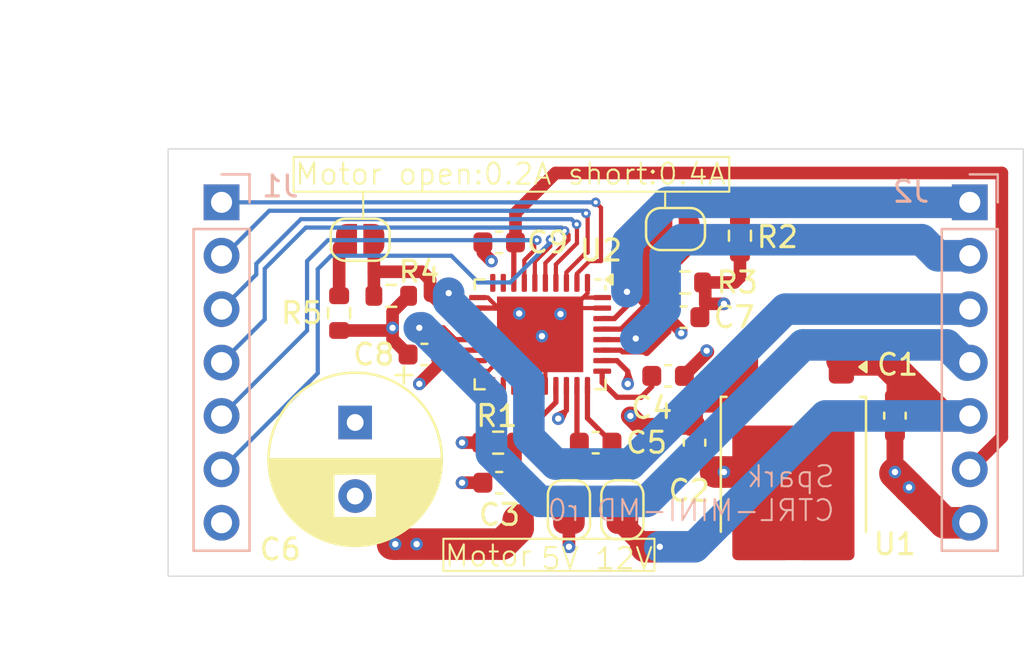
<source format=kicad_pcb>
(kicad_pcb (version 20240108) (generator "pcbnew") (generator_version "8.0")
  (layers (0 "F.Cu" signal) (1 "In1.Cu" power) (2 "In2.Cu" power) (31 "B.Cu" signal) (34 "B.Paste" user) (35 "F.Paste" user) (36 "B.SilkS" user "B.Silkscreen") (37 "F.SilkS" user "F.Silkscreen") (38 "B.Mask" user) (39 "F.Mask" user) (44 "Edge.Cuts" user))
  (net 0 "")
  (net 1 "GND")
  (net 2 "+12V")
  (net 3 "VCC")
  (net 4 "Net-(U2-5VOUT)")
  (net 5 "Net-(U2-VCP)")
  (net 6 "VCCMT")
  (net 7 "Net-(U2-CPI)")
  (net 8 "Net-(U2-CPO)")
  (net 9 "VCCIO")
  (net 10 "Net-(J1-Pin_2)")
  (net 11 "Net-(J1-Pin_6)")
  (net 12 "Net-(J1-Pin_3)")
  (net 13 "Net-(J1-Pin_5)")
  (net 14 "Net-(J1-Pin_1)")
  (net 15 "Net-(J1-Pin_4)")
  (net 16 "Net-(J2-Pin_3)")
  (net 17 "Net-(J2-Pin_1)")
  (net 18 "Net-(J2-Pin_4)")
  (net 19 "Net-(J2-Pin_2)")
  (net 20 "Net-(JP3-A)")
  (net 21 "Net-(JP3-B)")
  (net 22 "Net-(JP4-B)")
  (net 23 "Net-(JP4-A)")
  (footprint "Capacitor_SMD:C_0603_1608Metric" (layer "F.Cu") (at 93.98 69.85 180)
    (property "Reference" "C5" (at -2.413 0 0) (layer "F.SilkS"))
    (property "Value" "22nF 50V")
    (pad "1" smd roundrect (at -0.775 0 180) (size 0.9 0.95) (layers "F.Cu" "F.Paste" "F.Mask") (net 7 "Net-(U2-CPI)"))
    (pad "2" smd roundrect (at 0.775 0 180) (size 0.9 0.95) (layers "F.Cu" "F.Paste" "F.Mask") (net 8 "Net-(U2-CPO)"))
  )
  (footprint "Jumper:SolderJumper-2_P1.3mm_Open_RoundedPad1.0x1.5mm" (layer "F.Cu") (at 92.71 73.04 -90)
    (property "Reference" "JP2" (hide yes))
    (property "Value" "5V")
    (pad "1" smd custom (at -0.65 0 270) (size 1 0.5) (layers "F.Cu" "F.Mask") (net 6 "VCCMT") (options (clearance outline) (anchor rect)) (primitives (gr_circle (center 0 0.25) (end 0.5 0.25) (width 0) (fill yes)) (gr_circle (center 0 -0.25) (end 0.5 -0.25) (width 0) (fill yes)) (gr_poly (pts (xy 0.5 0.75) (xy 0 0.75) (xy 0 -0.75) (xy 0.5 -0.75)) (width 0) (fill yes))))
    (pad "2" smd custom (at 0.65 0 270) (size 1 0.5) (layers "F.Cu" "F.Mask") (net 3 "VCC") (options (clearance outline) (anchor rect)) (primitives (gr_circle (center 0 0.25) (end 0.5 0.25) (width 0) (fill yes)) (gr_circle (center 0 -0.25) (end 0.5 -0.25) (width 0) (fill yes)) (gr_poly (pts (xy 0 0.75) (xy -0.5 0.75) (xy -0.5 -0.75) (xy 0 -0.75)) (width 0) (fill yes))))
  )
  (footprint "Resistor_SMD:R_0603_1608Metric" (layer "F.Cu") (at 81.788 63.69 90)
    (property "Reference" "R5" (at 0 -1.778 180) (layer "F.SilkS"))
    (property "Value" "680m 1%")
    (pad "1" smd roundrect (at -0.825 0 90) (size 0.8 0.95) (layers "F.Cu" "F.Paste" "F.Mask") (net 1 "GND"))
    (pad "2" smd roundrect (at 0.825 0 90) (size 0.8 0.95) (layers "F.Cu" "F.Paste" "F.Mask") (net 22 "Net-(JP4-B)"))
  )
  (footprint "Resistor_SMD:R_0603_1608Metric" (layer "F.Cu") (at 100.838 60.007 90)
    (property "Reference" "R2" (at -0.063 1.778 180) (layer "F.SilkS"))
    (property "Value" "680m 1%")
    (pad "1" smd roundrect (at -0.825 0 90) (size 0.8 0.95) (layers "F.Cu" "F.Paste" "F.Mask") (net 1 "GND"))
    (pad "2" smd roundrect (at 0.825 0 90) (size 0.8 0.95) (layers "F.Cu" "F.Paste" "F.Mask") (net 20 "Net-(JP3-A)"))
  )
  (footprint "Capacitor_SMD:C_0603_1608Metric" (layer "F.Cu") (at 85.839 65.659)
    (property "Reference" "C8" (at -2.4 0 180) (layer "F.SilkS"))
    (property "Value" "100nF")
    (pad "1" smd roundrect (at -0.775 0) (size 0.9 0.95) (layers "F.Cu" "F.Paste" "F.Mask") (net 1 "GND"))
    (pad "2" smd roundrect (at 0.775 0) (size 0.9 0.95) (layers "F.Cu" "F.Paste" "F.Mask") (net 6 "VCCMT"))
  )
  (footprint "Jumper:SolderJumper-2_P1.3mm_Open_RoundedPad1.0x1.5mm" (layer "F.Cu") (at 97.775 59.69)
    (property "Reference" "JP3" (hide yes))
    (property "Value" "0.4A")
    (pad "1" smd custom (at -0.65 0) (size 1 0.5) (layers "F.Cu" "F.Mask") (net 20 "Net-(JP3-A)") (options (clearance outline) (anchor rect)) (primitives (gr_circle (center 0 0.25) (end 0.5 0.25) (width 0) (fill yes)) (gr_circle (center 0 -0.25) (end 0.5 -0.25) (width 0) (fill yes)) (gr_poly (pts (xy 0.5 0.75) (xy 0 0.75) (xy 0 -0.75) (xy 0.5 -0.75)) (width 0) (fill yes))))
    (pad "2" smd custom (at 0.65 0) (size 1 0.5) (layers "F.Cu" "F.Mask") (net 21 "Net-(JP3-B)") (options (clearance outline) (anchor rect)) (primitives (gr_circle (center 0 0.25) (end 0.5 0.25) (width 0) (fill yes)) (gr_circle (center 0 -0.25) (end 0.5 -0.25) (width 0) (fill yes)) (gr_poly (pts (xy 0 0.75) (xy -0.5 0.75) (xy -0.5 -0.75) (xy 0 -0.75)) (width 0) (fill yes))))
  )
  (footprint "Capacitor_SMD:C_0603_1608Metric" (layer "F.Cu") (at 89.395 60.325)
    (property "Reference" "C9" (at 2.299 0 0) (layer "F.SilkS"))
    (property "Value" "100nF")
    (pad "1" smd roundrect (at -0.775 0) (size 0.9 0.95) (layers "F.Cu" "F.Paste" "F.Mask") (net 1 "GND"))
    (pad "2" smd roundrect (at 0.775 0) (size 0.9 0.95) (layers "F.Cu" "F.Paste" "F.Mask") (net 9 "VCCIO"))
  )
  (footprint "Capacitor_SMD:C_0603_1608Metric" (layer "F.Cu") (at 98.679 69.85 -90)
    (property "Reference" "C2" (at 2.286 0.254 180) (layer "F.SilkS"))
    (property "Value" "0.1uF 12V")
    (pad "1" smd roundrect (at -0.775 0 270) (size 0.9 0.95) (layers "F.Cu" "F.Paste" "F.Mask") (net 3 "VCC"))
    (pad "2" smd roundrect (at 0.775 0 270) (size 0.9 0.95) (layers "F.Cu" "F.Paste" "F.Mask") (net 1 "GND"))
  )
  (footprint "Capacitor_SMD:C_0603_1608Metric" (layer "F.Cu") (at 97.422 66.675)
    (property "Reference" "C4" (at -0.775 1.524 0) (layer "F.SilkS"))
    (property "Value" "100nF")
    (pad "1" smd roundrect (at -0.775 0) (size 0.9 0.95) (layers "F.Cu" "F.Paste" "F.Mask") (net 5 "Net-(U2-VCP)"))
    (pad "2" smd roundrect (at 0.775 0) (size 0.9 0.95) (layers "F.Cu" "F.Paste" "F.Mask") (net 6 "VCCMT"))
  )
  (footprint "Capacitor_SMD:C_0603_1608Metric" (layer "F.Cu") (at 89.395 71.755)
    (property "Reference" "C3" (at 0.013 1.524 0) (layer "F.SilkS"))
    (property "Value" "4.7uF")
    (pad "1" smd roundrect (at -0.775 0) (size 0.9 0.95) (layers "F.Cu" "F.Paste" "F.Mask") (net 1 "GND"))
    (pad "2" smd roundrect (at 0.775 0) (size 0.9 0.95) (layers "F.Cu" "F.Paste" "F.Mask") (net 4 "Net-(U2-5VOUT)"))
  )
  (footprint "Resistor_SMD:R_0603_1608Metric" (layer "F.Cu") (at 89.345 69.85 180)
    (property "Reference" "R1" (at 0.064 1.27 0) (layer "F.SilkS"))
    (property "Value" "10")
    (pad "1" smd roundrect (at -0.825 0 180) (size 0.8 0.95) (layers "F.Cu" "F.Paste" "F.Mask") (net 4 "Net-(U2-5VOUT)"))
    (pad "2" smd roundrect (at 0.825 0 180) (size 0.8 0.95) (layers "F.Cu" "F.Paste" "F.Mask") (net 3 "VCC"))
  )
  (footprint "Package_TO_SOT_SMD:TO-252-2" (layer "F.Cu") (at 103.378 70.979 -90)
    (property "Reference" "U1" (at 3.697 -4.826 180) (layer "F.SilkS"))
    (property "Value" "BD50FC0FP")
    (pad "1" smd roundrect (at -5.04 -2.28 270) (size 2.2 1.2) (layers "F.Cu" "F.Paste" "F.Mask") (roundrect_rratio 0.208333) (net 2 "+12V"))
    (pad "2" smd roundrect (at -0.415 -1.525 270) (size 3.05 2.75) (layers "F.Cu" "F.Paste") (roundrect_rratio 0.090909) (net 1 "GND"))
    (pad "2" smd roundrect (at -0.415 1.525 270) (size 3.05 2.75) (layers "F.Cu" "F.Paste") (roundrect_rratio 0.090909) (net 1 "GND"))
    (pad "2" smd roundrect (at 1.26 0 270) (size 6.4 5.8) (layers "F.Cu" "F.Mask") (roundrect_rratio 0.043103) (net 1 "GND"))
    (pad "2" smd roundrect (at 2.935 -1.525 270) (size 3.05 2.75) (layers "F.Cu" "F.Paste") (roundrect_rratio 0.090909) (net 1 "GND"))
    (pad "2" smd roundrect (at 2.935 1.525 270) (size 3.05 2.75) (layers "F.Cu" "F.Paste") (roundrect_rratio 0.090909) (net 1 "GND"))
    (pad "3" smd roundrect (at -5.04 2.28 270) (size 2.2 1.2) (layers "F.Cu" "F.Paste" "F.Mask") (roundrect_rratio 0.208333) (net 3 "VCC"))
  )
  (footprint "Capacitor_SMD:C_0603_1608Metric" (layer "F.Cu") (at 108.204 68.567 -90)
    (property "Reference" "C1" (at -2.426 -0.127 180) (layer "F.SilkS"))
    (property "Value" "0.33uF 24V")
    (pad "1" smd roundrect (at -0.775 0 270) (size 0.9 0.95) (layers "F.Cu" "F.Paste" "F.Mask") (net 2 "+12V"))
    (pad "2" smd roundrect (at 0.775 0 270) (size 0.9 0.95) (layers "F.Cu" "F.Paste" "F.Mask") (net 1 "GND"))
  )
  (footprint "Package_DFN_QFN:QFN-36-1EP_5x6mm_P0.5mm_EP3.6x4.1mm" (layer "F.Cu") (at 91.34 64.7 -90)
    (property "Reference" "U2" (at -3.994 -2.894 180) (layer "F.SilkS"))
    (property "Value" "TMC2130-LA")
    (pad "1" smd roundrect (at -2.45 -2.25 270) (size 0.85 0.25) (layers "F.Cu" "F.Paste" "F.Mask") (net 1 "GND"))
    (pad "2" smd roundrect (at -2.45 -1.75 270) (size 0.85 0.25) (layers "F.Cu" "F.Paste" "F.Mask") (net 14 "Net-(J1-Pin_1)"))
    (pad "3" smd roundrect (at -2.45 -1.25 270) (size 0.85 0.25) (layers "F.Cu" "F.Paste" "F.Mask") (net 10 "Net-(J1-Pin_2)"))
    (pad "4" smd roundrect (at -2.45 -0.75 270) (size 0.85 0.25) (layers "F.Cu" "F.Paste" "F.Mask") (net 12 "Net-(J1-Pin_3)"))
    (pad "5" smd roundrect (at -2.45 -0.25 270) (size 0.85 0.25) (layers "F.Cu" "F.Paste" "F.Mask") (net 15 "Net-(J1-Pin_4)"))
    (pad "6" smd roundrect (at -2.45 0.25 270) (size 0.85 0.25) (layers "F.Cu" "F.Paste" "F.Mask") (net 11 "Net-(J1-Pin_6)"))
    (pad "7" smd roundrect (at -2.45 0.75 270) (size 0.85 0.25) (layers "F.Cu" "F.Paste" "F.Mask") (net 13 "Net-(J1-Pin_5)"))
    (pad "8" smd roundrect (at -2.45 1.25 270) (size 0.85 0.25) (layers "F.Cu" "F.Paste" "F.Mask") (net 9 "VCCIO"))
    (pad "9" smd roundrect (at -2.45 1.75 270) (size 0.85 0.25) (layers "F.Cu" "F.Paste" "F.Mask"))
    (pad "10" smd roundrect (at -2.45 2.25 270) (size 0.85 0.25) (layers "F.Cu" "F.Paste" "F.Mask"))
    (pad "11" smd roundrect (at -1.75 2.95 270) (size 0.25 0.85) (layers "F.Cu" "F.Paste" "F.Mask") (net 1 "GND"))
    (pad "12" smd roundrect (at -1.25 2.95 270) (size 0.25 0.85) (layers "F.Cu" "F.Paste" "F.Mask") (net 1 "GND"))
    (pad "13" smd roundrect (at -0.75 2.95 270) (size 0.25 0.85) (layers "F.Cu" "F.Paste" "F.Mask") (net 16 "Net-(J2-Pin_3)"))
    (pad "14" smd roundrect (at -0.25 2.95 270) (size 0.25 0.85) (layers "F.Cu" "F.Paste" "F.Mask") (net 23 "Net-(JP4-A)"))
    (pad "15" smd roundrect (at 0.25 2.95 270) (size 0.25 0.85) (layers "F.Cu" "F.Paste" "F.Mask") (net 18 "Net-(J2-Pin_4)"))
    (pad "16" smd roundrect (at 0.75 2.95 270) (size 0.25 0.85) (layers "F.Cu" "F.Paste" "F.Mask") (net 6 "VCCMT"))
    (pad "17" smd roundrect (at 1.25 2.95 270) (size 0.25 0.85) (layers "F.Cu" "F.Paste" "F.Mask"))
    (pad "18" smd roundrect (at 1.75 2.95 270) (size 0.25 0.85) (layers "F.Cu" "F.Paste" "F.Mask") (net 1 "GND"))
    (pad "19" smd roundrect (at 2.45 2.25 270) (size 0.85 0.25) (layers "F.Cu" "F.Paste" "F.Mask"))
    (pad "20" smd roundrect (at 2.45 1.75 270) (size 0.85 0.25) (layers "F.Cu" "F.Paste" "F.Mask"))
    (pad "21" smd roundrect (at 2.45 1.25 270) (size 0.85 0.25) (layers "F.Cu" "F.Paste" "F.Mask"))
    (pad "22" smd roundrect (at 2.45 0.75 270) (size 0.85 0.25) (layers "F.Cu" "F.Paste" "F.Mask"))
    (pad "23" smd roundrect (at 2.45 0.25 270) (size 0.85 0.25) (layers "F.Cu" "F.Paste" "F.Mask"))
    (pad "24" smd roundrect (at 2.45 -0.25 270) (size 0.85 0.25) (layers "F.Cu" "F.Paste" "F.Mask") (net 1 "GND"))
    (pad "25" smd roundrect (at 2.45 -0.75 270) (size 0.85 0.25) (layers "F.Cu" "F.Paste" "F.Mask") (net 4 "Net-(U2-5VOUT)"))
    (pad "26" smd roundrect (at 2.45 -1.25 270) (size 0.85 0.25) (layers "F.Cu" "F.Paste" "F.Mask") (net 3 "VCC"))
    (pad "27" smd roundrect (at 2.45 -1.75 270) (size 0.85 0.25) (layers "F.Cu" "F.Paste" "F.Mask") (net 8 "Net-(U2-CPO)"))
    (pad "28" smd roundrect (at 2.45 -2.25 270) (size 0.85 0.25) (layers "F.Cu" "F.Paste" "F.Mask") (net 7 "Net-(U2-CPI)"))
    (pad "29" smd roundrect (at 1.75 -2.95 270) (size 0.25 0.85) (layers "F.Cu" "F.Paste" "F.Mask") (net 5 "Net-(U2-VCP)"))
    (pad "30" smd roundrect (at 1.25 -2.95 270) (size 0.25 0.85) (layers "F.Cu" "F.Paste" "F.Mask") (net 3 "VCC"))
    (pad "31" smd roundrect (at 0.75 -2.95 270) (size 0.25 0.85) (layers "F.Cu" "F.Paste" "F.Mask") (net 6 "VCCMT"))
    (pad "32" smd roundrect (at 0.25 -2.95 270) (size 0.25 0.85) (layers "F.Cu" "F.Paste" "F.Mask") (net 19 "Net-(J2-Pin_2)"))
    (pad "33" smd roundrect (at -0.25 -2.95 270) (size 0.25 0.85) (layers "F.Cu" "F.Paste" "F.Mask") (net 20 "Net-(JP3-A)"))
    (pad "34" smd roundrect (at -0.75 -2.95 270) (size 0.25 0.85) (layers "F.Cu" "F.Paste" "F.Mask") (net 17 "Net-(J2-Pin_1)"))
    (pad "35" smd roundrect (at -1.25 -2.95 270) (size 0.25 0.85) (layers "F.Cu" "F.Paste" "F.Mask") (net 1 "GND"))
    (pad "36" smd roundrect (at -1.75 -2.95 270) (size 0.25 0.85) (layers "F.Cu" "F.Paste" "F.Mask") (net 1 "GND"))
    (pad "37" smd rect (at 0 0 270) (size 3.6 4.1) (property pad_prop_heatsink) (layers "F.Cu" "F.Mask") (net 1 "GND"))
  )
  (footprint "Resistor_SMD:R_0603_1608Metric" (layer "F.Cu") (at 98.235 62.23 180)
    (property "Reference" "R3" (at -2.476 0 0) (layer "F.SilkS"))
    (property "Value" "680m 1%")
    (pad "1" smd roundrect (at -0.825 0 180) (size 0.8 0.95) (layers "F.Cu" "F.Paste" "F.Mask") (net 1 "GND"))
    (pad "2" smd roundrect (at 0.825 0 180) (size 0.8 0.95) (layers "F.Cu" "F.Paste" "F.Mask") (net 21 "Net-(JP3-B)"))
  )
  (footprint "Resistor_SMD:R_0603_1608Metric" (layer "F.Cu") (at 84.265 62.865 180)
    (property "Reference" "R4" (at -1.333 1.143 0) (layer "F.SilkS"))
    (property "Value" "680m 1%")
    (pad "1" smd roundrect (at -0.825 0 180) (size 0.8 0.95) (layers "F.Cu" "F.Paste" "F.Mask") (net 1 "GND"))
    (pad "2" smd roundrect (at 0.825 0 180) (size 0.8 0.95) (layers "F.Cu" "F.Paste" "F.Mask") (net 23 "Net-(JP4-A)"))
  )
  (footprint "Capacitor_THT:CP_Radial_D8.0mm_P3.50mm" (layer "F.Cu") (at 82.55 68.89 -90)
    (property "Reference" "C6" (at 6.04 3.556 180) (layer "F.SilkS"))
    (property "Value" "100uF 24V")
    (pad "1" thru_hole rect (at 0 0 270) (size 1.6 1.6) (drill 0.8) (layers "*.Cu" "*.Mask") (net 6 "VCCMT"))
    (pad "2" thru_hole circle (at 3.5 0 270) (size 1.6 1.6) (drill 0.8) (layers "*.Cu" "*.Mask") (net 1 "GND"))
  )
  (footprint "Jumper:SolderJumper-2_P1.3mm_Open_RoundedPad1.0x1.5mm" (layer "F.Cu") (at 95.25 73.04 90)
    (property "Reference" "JP1" (hide yes))
    (property "Value" "12V")
    (pad "1" smd custom (at -0.65 0 90) (size 1 0.5) (layers "F.Cu" "F.Mask") (net 2 "+12V") (options (clearance outline) (anchor rect)) (primitives (gr_circle (center 0 0.25) (end 0.5 0.25) (width 0) (fill yes)) (gr_circle (center 0 -0.25) (end 0.5 -0.25) (width 0) (fill yes)) (gr_poly (pts (xy 0.5 0.75) (xy 0 0.75) (xy 0 -0.75) (xy 0.5 -0.75)) (width 0) (fill yes))))
    (pad "2" smd custom (at 0.65 0 90) (size 1 0.5) (layers "F.Cu" "F.Mask") (net 6 "VCCMT") (options (clearance outline) (anchor rect)) (primitives (gr_circle (center 0 0.25) (end 0.5 0.25) (width 0) (fill yes)) (gr_circle (center 0 -0.25) (end 0.5 -0.25) (width 0) (fill yes)) (gr_poly (pts (xy 0 0.75) (xy -0.5 0.75) (xy -0.5 -0.75) (xy 0 -0.75)) (width 0) (fill yes))))
  )
  (footprint "Capacitor_SMD:C_0603_1608Metric" (layer "F.Cu") (at 98.158 63.881 180)
    (property "Reference" "C7" (at -2.4 0 0) (layer "F.SilkS"))
    (property "Value" "100nF")
    (pad "1" smd roundrect (at -0.775 0 180) (size 0.9 0.95) (layers "F.Cu" "F.Paste" "F.Mask") (net 1 "GND"))
    (pad "2" smd roundrect (at 0.775 0 180) (size 0.9 0.95) (layers "F.Cu" "F.Paste" "F.Mask") (net 6 "VCCMT"))
  )
  (footprint "Jumper:SolderJumper-2_P1.3mm_Open_RoundedPad1.0x1.5mm" (layer "F.Cu") (at 82.789 60.198 180)
    (property "Reference" "JP4" (hide yes))
    (property "Value" "0.4A")
    (pad "1" smd custom (at -0.65 0 180) (size 1 0.5) (layers "F.Cu" "F.Mask") (net 23 "Net-(JP4-A)") (options (clearance outline) (anchor rect)) (primitives (gr_circle (center 0 0.25) (end 0.5 0.25) (width 0) (fill yes)) (gr_circle (center 0 -0.25) (end 0.5 -0.25) (width 0) (fill yes)) (gr_poly (pts (xy 0.5 0.75) (xy 0 0.75) (xy 0 -0.75) (xy 0.5 -0.75)) (width 0) (fill yes))))
    (pad "2" smd custom (at 0.65 0 180) (size 1 0.5) (layers "F.Cu" "F.Mask") (net 22 "Net-(JP4-B)") (options (clearance outline) (anchor rect)) (primitives (gr_circle (center 0 0.25) (end 0.5 0.25) (width 0) (fill yes)) (gr_circle (center 0 -0.25) (end 0.5 -0.25) (width 0) (fill yes)) (gr_poly (pts (xy 0 0.75) (xy -0.5 0.75) (xy -0.5 -0.75) (xy 0 -0.75)) (width 0) (fill yes))))
  )
  (footprint "Connector_PinHeader_2.54mm:PinHeader_1x07_P2.54mm_Vertical" (layer "B.Cu") (at 76.2 58.42 180)
    (property "Reference" "J1" (at -2.794 0.762 0) (layer "B.SilkS") (effects (justify mirror)))
    (property "Value" "MD-L")
    (pad "1" thru_hole rect (at 0 0 180) (size 1.7 1.7) (drill 1) (layers "*.Cu" "*.Mask") (net 14 "Net-(J1-Pin_1)"))
    (pad "2" thru_hole oval (at 0 -2.54 180) (size 1.7 1.7) (drill 1) (layers "*.Cu" "*.Mask") (net 10 "Net-(J1-Pin_2)"))
    (pad "3" thru_hole oval (at 0 -5.08 180) (size 1.7 1.7) (drill 1) (layers "*.Cu" "*.Mask") (net 12 "Net-(J1-Pin_3)"))
    (pad "4" thru_hole oval (at 0 -7.62 180) (size 1.7 1.7) (drill 1) (layers "*.Cu" "*.Mask") (net 15 "Net-(J1-Pin_4)"))
    (pad "5" thru_hole oval (at 0 -10.16 180) (size 1.7 1.7) (drill 1) (layers "*.Cu" "*.Mask") (net 13 "Net-(J1-Pin_5)"))
    (pad "6" thru_hole oval (at 0 -12.7 180) (size 1.7 1.7) (drill 1) (layers "*.Cu" "*.Mask") (net 11 "Net-(J1-Pin_6)"))
    (pad "7" thru_hole oval (at 0 -15.24 180) (size 1.7 1.7) (drill 1) (layers "*.Cu" "*.Mask") (net 1 "GND"))
  )
  (footprint "Connector_PinHeader_2.54mm:PinHeader_1x07_P2.54mm_Vertical" (layer "B.Cu") (at 111.76 58.42 180)
    (property "Reference" "J2" (at 2.794 0.508 0) (layer "B.SilkS") (effects (justify mirror)))
    (property "Value" "MD-R")
    (pad "1" thru_hole rect (at 0 0 180) (size 1.7 1.7) (drill 1) (layers "*.Cu" "*.Mask") (net 17 "Net-(J2-Pin_1)"))
    (pad "2" thru_hole oval (at 0 -2.54 180) (size 1.7 1.7) (drill 1) (layers "*.Cu" "*.Mask") (net 19 "Net-(J2-Pin_2)"))
    (pad "3" thru_hole oval (at 0 -5.08 180) (size 1.7 1.7) (drill 1) (layers "*.Cu" "*.Mask") (net 16 "Net-(J2-Pin_3)"))
    (pad "4" thru_hole oval (at 0 -7.62 180) (size 1.7 1.7) (drill 1) (layers "*.Cu" "*.Mask") (net 18 "Net-(J2-Pin_4)"))
    (pad "5" thru_hole oval (at 0 -10.16 180) (size 1.7 1.7) (drill 1) (layers "*.Cu" "*.Mask") (net 2 "+12V"))
    (pad "6" thru_hole oval (at 0 -12.7 180) (size 1.7 1.7) (drill 1) (layers "*.Cu" "*.Mask") (net 9 "VCCIO"))
    (pad "7" thru_hole oval (at 0 -15.24 180) (size 1.7 1.7) (drill 1) (layers "*.Cu" "*.Mask") (net 1 "GND"))
  )
  (gr_line (start 79.629 57.912) (end 100.33 57.912) (stroke (width 0.1)) (layer "F.SilkS"))
  (gr_line (start 100.33 56.261) (end 100.33 57.912) (stroke (width 0.1)) (layer "F.SilkS"))
  (gr_line (start 82.931 57.912) (end 82.931 59.182) (stroke (width 0.1)) (layer "F.SilkS"))
  (gr_line (start 79.629 56.261) (end 100.33 56.261) (stroke (width 0.1)) (layer "F.SilkS"))
  (gr_line (start 86.741 75.946) (end 96.774 75.946) (stroke (width 0.1)) (layer "F.SilkS"))
  (gr_line (start 79.629 57.912) (end 79.629 56.261) (stroke (width 0.1)) (layer "F.SilkS"))
  (gr_line (start 86.741 74.422) (end 86.741 75.946) (stroke (width 0.1)) (layer "F.SilkS"))
  (gr_line (start 97.282 57.912) (end 97.282 58.674) (stroke (width 0.1)) (layer "F.SilkS"))
  (gr_line (start 96.774 74.422) (end 86.741 74.422) (stroke (width 0.1)) (layer "F.SilkS"))
  (gr_line (start 96.774 75.946) (end 96.774 74.422) (stroke (width 0.1)) (layer "F.SilkS"))
  (gr_rect (start 73.66 55.88) (end 114.3 76.2) (stroke (width 0.05)) (fill none) (layer "Edge.Cuts"))
  (gr_text "Spark\nCTRL-MINI-MD r0" (at 105.41 73.66 0) (layer "B.SilkS") (effects (font (size 1 1) (thickness 0.1)) (justify left bottom mirror)))
  (gr_text "5V 12V" (at 91.313 75.946 0) (layer "F.SilkS") (effects (font (size 1 1) (thickness 0.1)) (justify left bottom)))
  (gr_text "Motor open:0.2A short:0.4A" (at 79.629 57.658 0) (layer "F.SilkS") (effects (font (size 1 1) (thickness 0.1)) (justify left bottom)))
  (gr_text "Motor" (at 86.741 75.819 0) (layer "F.SilkS") (effects (font (size 1 1) (thickness 0.1)) (justify left bottom)))
  (segment (start 91.59 67.15) (end 91.59 64.95) (width 0.2) (layer "F.Cu") (net 1))
  (segment (start 93.59 62.729) (end 93.599 62.738) (width 0.2) (layer "F.Cu") (net 1))
  (segment (start 109.571459 72.67354) (end 109.571459 72.673541) (width 1.5) (layer "F.Cu") (net 1))
  (segment (start 108.872959 71.975041) (end 108.87296 71.975041) (width 1.5) (layer "F.Cu") (net 1))
  (segment (start 93.59 62.25) (end 93.59 62.729) (width 0.2) (layer "F.Cu") (net 1))
  (segment (start 100.584 62.23) (end 100.838 61.976) (width 0.6) (layer "F.Cu") (net 1))
  (segment (start 90.608 64.7) (end 91.34 64.7) (width 0.2) (layer "F.Cu") (net 1))
  (segment (start 108.872959 71.97504) (end 108.872959 71.975041) (width 1.5) (layer "F.Cu") (net 1))
  (segment (start 94.29 62.95) (end 93.387 62.95) (width 0.2) (layer "F.Cu") (net 1))
  (segment (start 88.62 60.325) (end 88.62 60.807) (width 0.2) (layer "F.Cu") (net 1))
  (segment (start 94.29 63.45) (end 92.59 63.45) (width 0.2) (layer "F.Cu") (net 1))
  (segment (start 90.09 63.45) (end 90.3455 63.7055) (width 0.2) (layer "F.Cu") (net 1))
  (segment (start 81.788 64.515) (end 84.202 64.515) (width 0.6) (layer "F.Cu") (net 1))
  (segment (start 91.425 64.785) (end 91.34 64.7) (width 0.2) (layer "F.Cu") (net 1))
  (segment (start 101.753 71.247) (end 102.375 70.625) (width 1.5) (layer "F.Cu") (net 1))
  (segment (start 108.87296 71.975041) (end 109.571459 72.67354) (width 1.5) (layer "F.Cu") (net 1))
  (segment (start 109.571459 72.673541) (end 109.57146 72.673541) (width 1.5) (layer "F.Cu") (net 1))
  (segment (start 109.57146 72.673541) (end 110.557919 73.66) (width 1.5) (layer "F.Cu") (net 1))
  (segment (start 99.187 62.357) (end 99.06 62.23) (width 0.2) (layer "F.Cu") (net 1))
  (segment (start 108.204 71.306081) (end 108.204 71.247) (width 0.8) (layer "F.Cu") (net 1))
  (segment (start 108.204 71.247) (end 108.204 69.342) (width 0.8) (layer "F.Cu") (net 1))
  (segment (start 88.62 60.807) (end 89.027 61.214) (width 0.6) (layer "F.Cu") (net 1))
  (segment (start 99.187 63.246) (end 99.187 62.357) (width 0.6) (layer "F.Cu") (net 1))
  (segment (start 108.204 71.306081) (end 108.872959 71.97504) (width 1.5) (layer "F.Cu") (net 1))
  (segment (start 90.621 64.7) (end 91.34 64.7) (width 0.2) (layer "F.Cu") (net 1))
  (segment (start 99.187 63.246) (end 100.076 63.246) (width 0.6) (layer "F.Cu") (net 1))
  (segment (start 93.345 62.992) (end 91.637 64.7) (width 0.2) (layer "F.Cu") (net 1))
  (segment (start 100.076 71.247) (end 101.753 71.247) (width 1.5) (layer "F.Cu") (net 1))
  (segment (start 98.933 63.881) (end 98.933 63.5) (width 0.2) (layer "F.Cu") (net 1))
  (segment (start 91.59 64.95) (end 91.425 64.785) (width 0.2) (layer "F.Cu") (net 1))
  (segment (start 88.858 62.95) (end 90.608 64.7) (width 0.2) (layer "F.Cu") (net 1))
  (segment (start 93.387 62.95) (end 93.345 62.992) (width 0.2) (layer "F.Cu") (net 1))
  (segment (start 88.39 63.45) (end 90.09 63.45) (width 0.25) (layer "F.Cu") (net 1))
  (segment (start 90.3455 63.7055) (end 91.34 64.7) (width 0.2) (layer "F.Cu") (net 1))
  (segment (start 93.599 62.738) (end 93.345 62.992) (width 0.2) (layer "F.Cu") (net 1))
  (segment (start 102.375 70.625) (end 102.87 71.12) (width 0.2) (layer "F.Cu") (net 1))
  (segment (start 99.682 71.247) (end 100.076 71.247) (width 1.5) (layer "F.Cu") (net 1))
  (segment (start 99.06 62.23) (end 100.584 62.23) (width 0.6) (layer "F.Cu") (net 1))
  (segment (start 85.09 62.865) (end 84.328 63.627) (width 0.6) (layer "F.Cu") (net 1))
  (segment (start 98.933 63.5) (end 99.187 63.246) (width 0.2) (layer "F.Cu") (net 1))
  (segment (start 84.328 64.389) (end 84.328 64.923) (width 0.6) (layer "F.Cu") (net 1))
  (segment (start 92.3075 63.7325) (end 91.34 64.7) (width 0.2) (layer "F.Cu") (net 1))
  (segment (start 88.62 71.755) (end 87.63 71.755) (width 0.6) (layer "F.Cu") (net 1))
  (segment (start 92.59 63.45) (end 92.3075 63.7325) (width 0.2) (layer "F.Cu") (net 1))
  (segment (start 84.328 64.923) (end 85.064 65.659) (width 0.6) (layer "F.Cu") (net 1))
  (segment (start 88.39 62.95) (end 88.858 62.95) (width 0.2) (layer "F.Cu") (net 1))
  (segment (start 100.838 61.976) (end 100.838 60.832) (width 0.6) (layer "F.Cu") (net 1))
  (segment (start 91.637 64.7) (end 91.34 64.7) (width 0.2) (layer "F.Cu") (net 1))
  (segment (start 84.328 63.627) (end 84.328 64.389) (width 0.6) (layer "F.Cu") (net 1))
  (segment (start 88.871 66.45) (end 90.621 64.7) (width 0.2) (layer "F.Cu") (net 1))
  (segment (start 84.202 64.515) (end 84.328 64.389) (width 0.2) (layer "F.Cu") (net 1))
  (segment (start 88.62 71.755) (end 88.62 71.908) (width 0.2) (layer "F.Cu") (net 1))
  (segment (start 99.06 70.625) (end 99.682 71.247) (width 0.9) (layer "F.Cu") (net 1))
  (segment (start 88.39 66.45) (end 88.871 66.45) (width 0.2) (layer "F.Cu") (net 1))
  (segment (start 110.557919 73.66) (end 111.76 73.66) (width 1.5) (layer "F.Cu") (net 1))
  (via (at 100.076 71.247) (size 0.6) (drill 0.3) (layers "F.Cu" "B.Cu") (net 1))
  (via (at 87.63 71.755) (size 0.6) (drill 0.3) (layers "F.Cu" "B.Cu") (net 1))
  (via (at 84.328 64.389) (size 0.6) (drill 0.3) (layers "F.Cu" "B.Cu") (net 1))
  (via (at 100.076 63.246) (size 0.6) (drill 0.3) (layers "F.Cu" "B.Cu") (net 1))
  (via (at 91.425 64.785) (size 0.6) (drill 0.3) (layers "F.Cu" "B.Cu") (net 1))
  (via (at 92.3075 63.7325) (size 0.6) (drill 0.3) (layers "F.Cu" "B.Cu") (net 1))
  (via (at 108.204 71.247) (size 0.6) (drill 0.3) (layers "F.Cu" "B.Cu") (net 1))
  (via (at 90.3455 63.7055) (size 0.6) (drill 0.3) (layers "F.Cu" "B.Cu") (net 1))
  (via (at 89.027 61.214) (size 0.6) (drill 0.3) (layers "F.Cu" "B.Cu") (net 1))
  (via (at 108.872959 71.975041) (size 0.6) (drill 0.3) (layers "F.Cu" "B.Cu") (net 1))
  (segment (start 108.204 66.421) (end 107.696 65.913) (width 1.5) (layer "F.Cu") (net 2))
  (segment (start 110.363 68.58) (end 108.204 66.421) (width 1.5) (layer "F.Cu") (net 2))
  (segment (start 95.25 73.69) (end 96.363 74.803) (width 1) (layer "F.Cu") (net 2))
  (segment (start 108.204 67.792) (end 108.204 66.421) (width 0.8) (layer "F.Cu") (net 2))
  (segment (start 96.363 74.803) (end 97.028 74.803) (width 1.5) (layer "F.Cu") (net 2))
  (segment (start 105.684 65.913) (end 105.658 65.939) (width 0.8) (layer "F.Cu") (net 2))
  (segment (start 111.76 68.58) (end 110.363 68.58) (width 1.5) (layer "F.Cu") (net 2))
  (segment (start 107.696 65.913) (end 105.684 65.913) (width 1.5) (layer "F.Cu") (net 2))
  (via (at 97.028 74.803) (size 0.6) (drill 0.3) (layers "F.Cu" "B.Cu") (net 2))
  (segment (start 104.902 68.58) (end 111.76 68.58) (width 1.5) (layer "B.Cu") (net 2))
  (segment (start 97.028 74.803) (end 98.679 74.803) (width 1.5) (layer "B.Cu") (net 2))
  (segment (start 98.679 74.803) (end 104.902 68.58) (width 1.5) (layer "B.Cu") (net 2))
  (segment (start 98.679 68.326) (end 99.187 67.818) (width 0.8) (layer "F.Cu") (net 3))
  (segment (start 101.098 67.05) (end 101.098 65.939) (width 1.2) (layer "F.Cu") (net 3))
  (segment (start 92.59 67.15) (end 92.59 68.319) (width 0.25) (layer "F.Cu") (net 3))
  (segment (start 95.631 68.58) (end 96.126 69.075) (width 0.9) (layer "F.Cu") (net 3))
  (segment (start 98.679 69.075) (end 98.679 68.326) (width 0.8) (layer "F.Cu") (net 3))
  (segment (start 99.187 67.818) (end 100.33 67.818) (width 1.2) (layer "F.Cu") (net 3))
  (segment (start 95.504 66.458) (end 95.504 67.056) (width 0.25) (layer "F.Cu") (net 3))
  (segment (start 88.52 69.85) (end 87.63 69.85) (width 0.6) (layer "F.Cu") (net 3))
  (segment (start 98.679 69.075) (end 96.126 69.075) (width 0.8) (layer "F.Cu") (net 3))
  (segment (start 94.996 65.95) (end 95.504 66.458) (width 0.25) (layer "F.Cu") (net 3))
  (segment (start 94.29 65.95) (end 94.996 65.95) (width 0.25) (layer "F.Cu") (net 3))
  (segment (start 92.59 68.319) (end 92.202 68.707) (width 0.2) (layer "F.Cu") (net 3))
  (segment (start 92.71 73.69) (end 92.71 74.803) (width 0.6) (layer "F.Cu") (net 3))
  (segment (start 100.33 67.818) (end 101.098 67.05) (width 1.2) (layer "F.Cu") (net 3))
  (via (at 95.631 68.58) (size 0.6) (drill 0.3) (layers "F.Cu" "B.Cu") (net 3))
  (via (at 92.202 68.707) (size 0.6) (drill 0.3) (layers "F.Cu" "B.Cu") (net 3))
  (via (at 87.63 69.85) (size 0.6) (drill 0.3) (layers "F.Cu" "B.Cu") (net 3))
  (via (at 95.504 67.056) (size 0.6) (drill 0.3) (layers "F.Cu" "B.Cu") (net 3))
  (via (at 92.71 74.803) (size 0.6) (drill 0.3) (layers "F.Cu" "B.Cu") (net 3))
  (segment (start 92.09 67.15) (end 92.09 67.93) (width 0.25) (layer "F.Cu") (net 4))
  (segment (start 90.17 69.85) (end 90.17 71.755) (width 0.6) (layer "F.Cu") (net 4))
  (segment (start 92.09 67.93) (end 90.17 69.85) (width 0.25) (layer "F.Cu") (net 4))
  (segment (start 94.29 66.985) (end 94.996 67.691) (width 0.25) (layer "F.Cu") (net 5))
  (segment (start 96.647 67.183) (end 96.647 66.675) (width 0.25) (layer "F.Cu") (net 5))
  (segment (start 96.139 67.691) (end 96.647 67.183) (width 0.25) (layer "F.Cu") (net 5))
  (segment (start 94.29 66.45) (end 94.29 66.985) (width 0.25) (layer "F.Cu") (net 5))
  (segment (start 94.996 67.691) (end 96.139 67.691) (width 0.25) (layer "F.Cu") (net 5))
  (segment (start 92.71 72.39) (end 91.186 72.39) (width 0.6) (layer "F.Cu") (net 6))
  (segment (start 90.297 73.279) (end 90.297 73.533) (width 0.2) (layer "F.Cu") (net 6))
  (segment (start 95.168 65.45) (end 95.25 65.532) (width 0.2) (layer "F.Cu") (net 6))
  (segment (start 86.614 65.659) (end 86.614 66.04) (width 0.2) (layer "F.Cu") (net 6))
  (segment (start 88.39 65.45) (end 86.823 65.45) (width 0.25) (layer "F.Cu") (net 6))
  (segment (start 98.197 66.421) (end 98.197 66.649) (width 0.2) (layer "F.Cu") (net 6))
  (segment (start 95.25 65.532) (end 96.393 65.532) (width 0.25) (layer "F.Cu") (net 6))
  (segment (start 92.71 72.39) (end 95.25 72.39) (width 0.8) (layer "F.Cu") (net 6))
  (segment (start 89.535 74.676) (end 84.455 74.676) (width 1.5) (layer "F.Cu") (net 6))
  (segment (start 98.197 66.649) (end 99.314 65.532) (width 0.6) (layer "F.Cu") (net 6))
  (segment (start 97.383 63.881) (end 98.044 64.542) (width 0.6) (layer "F.Cu") (net 6))
  (segment (start 98.197 66.675) (end 98.197 66.649) (width 0.2) (layer "F.Cu") (net 6))
  (segment (start 91.186 72.39) (end 90.297 73.279) (width 0.6) (layer "F.Cu") (net 6))
  (segment (start 99.314 65.532) (end 99.255616 65.473616) (width 0.2) (layer "F.Cu") (net 6))
  (segment (start 90.297 73.533) (end 90.297 73.914) (width 1.5) (layer "F.Cu") (net 6))
  (segment (start 96.393 65.532) (end 97.383 64.542) (width 0.4) (layer "F.Cu") (net 6))
  (segment (start 97.383 64.542) (end 97.383 63.881) (width 0.4) (layer "F.Cu") (net 6))
  (segment (start 98.044 64.542) (end 98.044 64.643) (width 0.2) (layer "F.Cu") (net 6))
  (segment (start 94.29 65.45) (end 95.168 65.45) (width 0.25) (layer "F.Cu") (net 6))
  (segment (start 86.614 66.04) (end 85.598 67.056) (width 0.6) (layer "F.Cu") (net 6))
  (segment (start 86.823 65.45) (end 86.614 65.659) (width 0.2) (layer "F.Cu") (net 6))
  (segment (start 84.455 74.676) (end 84.328 74.676) (width 1.5) (layer "F.Cu") (net 6))
  (segment (start 90.297 73.914) (end 89.535 74.676) (width 1.5) (layer "F.Cu") (net 6))
  (via (at 85.598 67.056) (size 0.6) (drill 0.3) (layers "F.Cu" "B.Cu") (net 6))
  (via (at 99.255616 65.473616) (size 0.6) (drill 0.3) (layers "F.Cu" "B.Cu") (net 6))
  (via (at 98.044 64.643) (size 0.6) (drill 0.3) (layers "F.Cu" "B.Cu") (net 6))
  (via (at 84.455 74.676) (size 0.6) (drill 0.3) (layers "F.Cu" "B.Cu") (net 6))
  (via (at 85.471 74.676) (size 0.6) (drill 0.3) (layers "F.Cu" "B.Cu") (net 6))
  (segment (start 93.59 68.685) (end 94.755 69.85) (width 0.25) (layer "F.Cu") (net 7))
  (segment (start 93.59 67.15) (end 93.59 68.685) (width 0.25) (layer "F.Cu") (net 7))
  (segment (start 93.09 67.15) (end 93.09 69.735) (width 0.25) (layer "F.Cu") (net 8))
  (segment (start 93.09 69.735) (end 93.205 69.85) (width 0.2) (layer "F.Cu") (net 8))
  (segment (start 113.284 69.596) (end 113.284 57.023) (width 0.6) (layer "F.Cu") (net 9))
  (segment (start 90.17 58.928) (end 90.17 60.325) (width 0.6) (layer "F.Cu") (net 9))
  (segment (start 113.284 57.023) (end 92.075 57.023) (width 0.6) (layer "F.Cu") (net 9))
  (segment (start 90.09 60.405) (end 90.17 60.325) (width 0.2) (layer "F.Cu") (net 9))
  (segment (start 111.76 71.12) (end 113.284 69.596) (width 0.6) (layer "F.Cu") (net 9))
  (segment (start 90.09 62.25) (end 90.09 60.405) (width 0.25) (layer "F.Cu") (net 9))
  (segment (start 92.075 57.023) (end 90.17 58.928) (width 0.6) (layer "F.Cu") (net 9))
  (segment (start 93.520379 58.945) (end 93.599 59.023621) (width 0.2) (layer "F.Cu") (net 10))
  (segment (start 93.599 60.814) (end 93.520928 60.814) (width 0.2) (layer "F.Cu") (net 10))
  (segment (start 93.520928 60.814) (end 92.59 61.744928) (width 0.2) (layer "F.Cu") (net 10))
  (segment (start 93.599 59.023621) (end 93.599 60.814) (width 0.2) (layer "F.Cu") (net 10))
  (segment (start 92.59 61.744928) (end 92.59 62.25) (width 0.2) (layer "F.Cu") (net 10))
  (via (at 93.520379 58.945) (size 0.45) (drill 0.2) (layers "F.Cu" "B.Cu") (net 10))
  (segment (start 93.520379 58.945) (end 93.395379 58.82) (width 0.2) (layer "B.Cu") (net 10))
  (segment (start 93.395379 58.82) (end 78.467 58.82) (width 0.2) (layer "B.Cu") (net 10))
  (segment (start 76.327 60.96) (end 76.2 60.96) (width 0.2) (layer "B.Cu") (net 10))
  (segment (start 78.467 58.82) (end 76.327 60.96) (width 0.2) (layer "B.Cu") (net 10))
  (segment (start 91.821 60.509686) (end 91.821 60.198) (width 0.2) (layer "F.Cu") (net 11))
  (segment (start 91.09 62.25) (end 91.09 61.240686) (width 0.2) (layer "F.Cu") (net 11))
  (segment (start 91.835107 60.198) (end 91.835613 60.197494) (width 0.2) (layer "F.Cu") (net 11))
  (segment (start 91.459 60.871686) (end 91.659343 60.671343) (width 0.2) (layer "F.Cu") (net 11))
  (segment (start 91.09 61.240686) (end 91.459 60.871686) (width 0.2) (layer "F.Cu") (net 11))
  (segment (start 91.659343 60.671343) (end 91.821 60.509686) (width 0.2) (layer "F.Cu") (net 11))
  (segment (start 91.821 60.198) (end 91.835107 60.198) (width 0.2) (layer "F.Cu") (net 11))
  (via (at 91.835613 60.197494) (size 0.45) (drill 0.2) (layers "F.Cu" "B.Cu") (net 11))
  (segment (start 88.392 62.23) (end 87.122 60.96) (width 0.2) (layer "B.Cu") (net 11))
  (segment (start 80.772 66.548) (end 76.2 71.12) (width 0.2) (layer "B.Cu") (net 11))
  (segment (start 81.407 60.96) (end 80.772 61.595) (width 0.2) (layer "B.Cu") (net 11))
  (segment (start 91.835613 60.31285) (end 89.918463 62.23) (width 0.2) (layer "B.Cu") (net 11))
  (segment (start 87.122 60.96) (end 81.407 60.96) (width 0.2) (layer "B.Cu") (net 11))
  (segment (start 91.835613 60.197494) (end 91.835613 60.31285) (width 0.2) (layer "B.Cu") (net 11))
  (segment (start 80.772 61.595) (end 80.772 66.548) (width 0.2) (layer "B.Cu") (net 11))
  (segment (start 89.918463 62.23) (end 88.392 62.23) (width 0.2) (layer "B.Cu") (net 11))
  (segment (start 93.074 59.463518) (end 93.091 59.480518) (width 0.2) (layer "F.Cu") (net 12))
  (segment (start 93.091 59.480518) (end 93.091 60.371058) (width 0.2) (layer "F.Cu") (net 12))
  (segment (start 93.091 60.371058) (end 92.09 61.372058) (width 0.2) (layer "F.Cu") (net 12))
  (segment (start 92.09 61.372058) (end 92.09 62.25) (width 0.2) (layer "F.Cu") (net 12))
  (via (at 93.074 59.463518) (size 0.45) (drill 0.2) (layers "F.Cu" "B.Cu") (net 12))
  (segment (start 77.851 61.849) (end 77.851 61.341) (width 0.2) (layer "B.Cu") (net 12))
  (segment (start 79.972 59.22) (end 92.830482 59.22) (width 0.2) (layer "B.Cu") (net 12))
  (segment (start 92.830482 59.22) (end 93.074 59.463518) (width 0.2) (layer "B.Cu") (net 12))
  (segment (start 76.2 63.5) (end 77.851 61.849) (width 0.2) (layer "B.Cu") (net 12))
  (segment (start 77.851 61.341) (end 79.972 59.22) (width 0.2) (layer "B.Cu") (net 12))
  (segment (start 91.059 60.706) (end 91.059 60.325) (width 0.2) (layer "F.Cu") (net 13))
  (segment (start 91.186 60.198) (end 91.186 60.22) (width 0.2) (layer "F.Cu") (net 13))
  (segment (start 91.059 60.325) (end 91.186 60.198) (width 0.2) (layer "F.Cu") (net 13))
  (segment (start 90.59 62.25) (end 90.59 61.175) (width 0.2) (layer "F.Cu") (net 13))
  (segment (start 90.59 61.175) (end 91.059 60.706) (width 0.2) (layer "F.Cu") (net 13))
  (via (at 91.186 60.22) (size 0.45) (drill 0.2) (layers "F.Cu" "B.Cu") (net 13))
  (segment (start 81.258 60.22) (end 80.264 61.214) (width 0.2) (layer "B.Cu") (net 13))
  (segment (start 76.327 68.453) (end 76.2 68.58) (width 0.2) (layer "B.Cu") (net 13))
  (segment (start 80.264 64.516) (end 76.2 68.58) (width 0.2) (layer "B.Cu") (net 13))
  (segment (start 80.264 61.214) (end 80.264 64.516) (width 0.2) (layer "B.Cu") (net 13))
  (segment (start 91.186 60.22) (end 81.258 60.22) (width 0.2) (layer "B.Cu") (net 13))
  (segment (start 93.686614 61.214) (end 94.234 61.214) (width 0.2) (layer "F.Cu") (net 14))
  (segment (start 94.234 61.214) (end 94.234 58.674) (width 0.2) (layer "F.Cu") (net 14))
  (segment (start 93.09 61.810614) (end 93.686614 61.214) (width 0.2) (layer "F.Cu") (net 14))
  (segment (start 94.234 58.674) (end 93.98 58.42) (width 0.2) (layer "F.Cu") (net 14))
  (segment (start 93.09 62.25) (end 93.09 61.810614) (width 0.2) (layer "F.Cu") (net 14))
  (via (at 93.98 58.42) (size 0.45) (drill 0.2) (layers "F.Cu" "B.Cu") (net 14))
  (segment (start 93.98 58.42) (end 76.2 58.42) (width 0.2) (layer "B.Cu") (net 14))
  (segment (start 92.691 60.205372) (end 91.59 61.306372) (width 0.2) (layer "F.Cu") (net 15))
  (segment (start 92.505445 59.778554) (end 92.691 59.964109) (width 0.2) (layer "F.Cu") (net 15))
  (segment (start 91.59 61.306372) (end 91.59 62.25) (width 0.2) (layer "F.Cu") (net 15))
  (segment (start 92.691 59.964109) (end 92.691 60.205372) (width 0.2) (layer "F.Cu") (net 15))
  (via (at 92.505445 59.778554) (size 0.45) (drill 0.2) (layers "F.Cu" "B.Cu") (net 15))
  (segment (start 80.207 59.62) (end 78.251 61.576) (width 0.2) (layer "B.Cu") (net 15))
  (segment (start 78.251 63.989) (end 76.2 66.04) (width 0.2) (layer "B.Cu") (net 15))
  (segment (start 92.505445 59.778554) (end 92.346891 59.62) (width 0.2) (layer "B.Cu") (net 15))
  (segment (start 78.251 61.576) (end 78.251 63.989) (width 0.2) (layer "B.Cu") (net 15))
  (segment (start 92.346891 59.62) (end 80.207 59.62) (width 0.2) (layer "B.Cu") (net 15))
  (segment (start 86.995 62.738) (end 86.995 62.994386) (width 0.2) (layer "F.Cu") (net 16))
  (segment (start 86.995 62.994386) (end 87.950614 63.95) (width 0.2) (layer "F.Cu") (net 16))
  (segment (start 87.950614 63.95) (end 88.39 63.95) (width 0.25) (layer "F.Cu") (net 16))
  (via (at 86.995 62.738) (size 0.6) (drill 0.3) (layers "F.Cu" "B.Cu") (net 16))
  (segment (start 92.075 70.866) (end 90.805 69.596) (width 1.5) (layer "B.Cu") (net 16))
  (segment (start 90.805 69.596) (end 90.805 66.929) (width 1.5) (layer "B.Cu") (net 16))
  (segment (start 86.995 62.865) (end 86.995 62.738) (width 0.2) (layer "B.Cu") (net 16))
  (segment (start 111.76 63.5) (end 102.997 63.5) (width 1.5) (layer "B.Cu") (net 16))
  (segment (start 90.805 66.929) (end 86.995 63.119) (width 1.5) (layer "B.Cu") (net 16))
  (segment (start 86.995 63.119) (end 86.995 62.738) (width 1.5) (layer "B.Cu") (net 16))
  (segment (start 95.631 70.866) (end 92.075 70.866) (width 1.5) (layer "B.Cu") (net 16))
  (segment (start 102.997 63.5) (end 95.631 70.866) (width 1.5) (layer "B.Cu") (net 16))
  (segment (start 95.466 62.6745) (end 95.466 63.353) (width 0.25) (layer "F.Cu") (net 17))
  (segment (start 94.869 63.95) (end 94.29 63.95) (width 0.25) (layer "F.Cu") (net 17))
  (segment (start 95.466 63.353) (end 94.869 63.95) (width 0.25) (layer "F.Cu") (net 17))
  (via (at 95.466 62.6745) (size 0.6) (drill 0.3) (layers "F.Cu" "B.Cu") (net 17))
  (segment (start 95.504 60.706) (end 95.466 60.744) (width 0.2) (layer "B.Cu") (net 17))
  (segment (start 95.466 60.744) (end 95.466 62.6745) (width 1.5) (layer "B.Cu") (net 17))
  (segment (start 95.504 60.325) (end 95.504 60.706) (width 1.5) (layer "B.Cu") (net 17))
  (segment (start 97.409 58.42) (end 95.504 60.325) (width 1.5) (layer "B.Cu") (net 17))
  (segment (start 111.76 58.42) (end 97.409 58.42) (width 1.5) (layer "B.Cu") (net 17))
  (segment (start 86.741 64.389) (end 85.598 64.389) (width 0.25) (layer "F.Cu") (net 18))
  (segment (start 87.302 64.95) (end 86.741 64.389) (width 0.25) (layer "F.Cu") (net 18))
  (segment (start 87.302 64.95) (end 88.39 64.95) (width 0.25) (layer "F.Cu") (net 18))
  (via (at 85.598 64.389) (size 0.6) (drill 0.3) (layers "F.Cu" "B.Cu") (net 18))
  (segment (start 85.725 64.389) (end 85.598 64.389) (width 1.5) (layer "B.Cu") (net 18))
  (segment (start 111.633 66.167) (end 110.666 65.2) (width 1.5) (layer "B.Cu") (net 18))
  (segment (start 89.027 70.358) (end 89.027 67.691) (width 1.5) (layer "B.Cu") (net 18))
  (segment (start 91.313 72.644) (end 89.027 70.358) (width 1.5) (layer "B.Cu") (net 18))
  (segment (start 111.76 66.04) (end 111.633 66.167) (width 0.8) (layer "B.Cu") (net 18))
  (segment (start 96.393 72.644) (end 91.313 72.644) (width 1.5) (layer "B.Cu") (net 18))
  (segment (start 89.027 67.691) (end 85.725 64.389) (width 1.5) (layer "B.Cu") (net 18))
  (segment (start 103.837 65.2) (end 96.393 72.644) (width 1.5) (layer "B.Cu") (net 18))
  (segment (start 110.666 65.2) (end 103.837 65.2) (width 1.5) (layer "B.Cu") (net 18))
  (segment (start 95.832 64.95) (end 95.885 64.897) (width 0.2) (layer "F.Cu") (net 19))
  (segment (start 94.29 64.95) (end 95.832 64.95) (width 0.25) (layer "F.Cu") (net 19))
  (via (at 95.885 64.897) (size 0.6) (drill 0.3) (layers "F.Cu" "B.Cu") (net 19))
  (segment (start 111.76 60.96) (end 110.236 60.96) (width 1.5) (layer "B.Cu") (net 19))
  (segment (start 109.474 60.198) (end 98.044 60.198) (width 1.5) (layer "B.Cu") (net 19))
  (segment (start 97.282 63.5) (end 95.885 64.897) (width 1.5) (layer "B.Cu") (net 19))
  (segment (start 110.236 60.96) (end 109.474 60.198) (width 1.5) (layer "B.Cu") (net 19))
  (segment (start 97.282 60.96) (end 97.282 63.5) (width 1.5) (layer "B.Cu") (net 19))
  (segment (start 98.044 60.198) (end 97.282 60.96) (width 1.5) (layer "B.Cu") (net 19))
  (segment (start 100.838 59.182) (end 100.838 58.928) (width 0.2) (layer "F.Cu") (net 20))
  (segment (start 96.266 60.549) (end 97.125 59.69) (width 0.6) (layer "F.Cu") (net 20))
  (segment (start 94.29 64.45) (end 95.189 64.45) (width 0.25) (layer "F.Cu") (net 20))
  (segment (start 95.189 64.45) (end 96.231 63.408) (width 0.25) (layer "F.Cu") (net 20))
  (segment (start 100.838 58.928) (end 99.949 58.039) (width 0.6) (layer "F.Cu") (net 20))
  (segment (start 96.231 63.408) (end 96.231 63.084) (width 0.25) (layer "F.Cu") (net 20))
  (segment (start 97.125 58.577) (end 97.125 59.69) (width 0.6) (layer "F.Cu") (net 20))
  (segment (start 96.266 63.049) (end 96.266 60.549) (width 0.6) (layer "F.Cu") (net 20))
  (segment (start 97.663 58.039) (end 97.125 58.577) (width 0.6) (layer "F.Cu") (net 20))
  (segment (start 99.949 58.039) (end 97.663 58.039) (width 0.6) (layer "F.Cu") (net 20))
  (segment (start 98.425 60.579) (end 97.917 61.087) (width 0.6) (layer "F.Cu") (net 21))
  (segment (start 98.425 59.69) (end 98.425 60.579) (width 0.6) (layer "F.Cu") (net 21))
  (segment (start 97.41 62.23) (end 97.41 61.594) (width 0.6) (layer "F.Cu") (net 21))
  (segment (start 97.41 61.594) (end 97.917 61.087) (width 0.6) (layer "F.Cu") (net 21))
  (segment (start 81.788 62.865) (end 81.788 60.549) (width 0.6) (layer "F.Cu") (net 22))
  (segment (start 81.788 60.549) (end 82.139 60.198) (width 0.2) (layer "F.Cu") (net 22))
  (segment (start 83.44 61.467) (end 83.439 61.466) (width 0.6) (layer "F.Cu") (net 23))
  (segment (start 83.44 61.722) (end 83.44 61.467) (width 0.6) (layer "F.Cu") (net 23))
  (segment (start 86.106 62.865) (end 86.106 62.103) (width 0.6) (layer "F.Cu") (net 23))
  (segment (start 86.106 62.992) (end 86.106 62.865) (width 0.2) (layer "F.Cu") (net 23))
  (segment (start 83.439 61.466) (end 83.439 60.198) (width 0.6) (layer "F.Cu") (net 23))
  (segment (start 88.39 64.45) (end 87.564 64.45) (width 0.25) (layer "F.Cu") (net 23))
  (segment (start 86.106 62.103) (end 85.725 61.722) (width 0.6) (layer "F.Cu") (net 23))
  (segment (start 85.725 61.722) (end 83.44 61.722) (width 0.6) (layer "F.Cu") (net 23))
  (segment (start 83.44 62.865) (end 83.44 61.722) (width 0.6) (layer "F.Cu") (net 23))
  (segment (start 87.564 64.45) (end 86.106 62.992) (width 0.25) (layer "F.Cu") (net 23))
)
</source>
